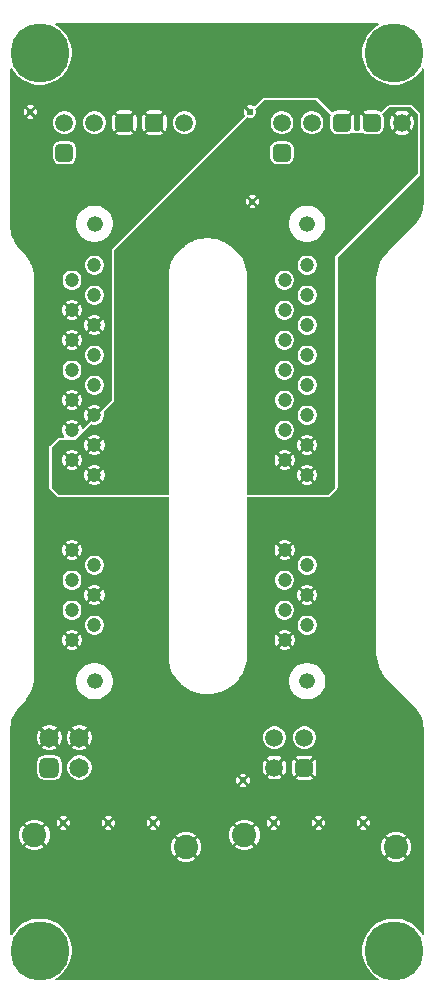
<source format=gbr>
G04*
G04 #@! TF.GenerationSoftware,Altium Limited,Altium Designer,22.11.1 (43)*
G04*
G04 Layer_Physical_Order=3*
G04 Layer_Color=36540*
%FSLAX44Y44*%
%MOMM*%
G71*
G04*
G04 #@! TF.SameCoordinates,93F20DB6-68A8-4E48-8693-521813210F72*
G04*
G04*
G04 #@! TF.FilePolarity,Positive*
G04*
G01*
G75*
%ADD18C,2.0500*%
%ADD30C,1.3400*%
%ADD31C,1.2000*%
%ADD32C,1.5000*%
G04:AMPARAMS|DCode=33|XSize=1.5mm|YSize=1.5mm|CornerRadius=0.375mm|HoleSize=0mm|Usage=FLASHONLY|Rotation=90.000|XOffset=0mm|YOffset=0mm|HoleType=Round|Shape=RoundedRectangle|*
%AMROUNDEDRECTD33*
21,1,1.5000,0.7500,0,0,90.0*
21,1,0.7500,1.5000,0,0,90.0*
1,1,0.7500,0.3750,0.3750*
1,1,0.7500,0.3750,-0.3750*
1,1,0.7500,-0.3750,-0.3750*
1,1,0.7500,-0.3750,0.3750*
%
%ADD33ROUNDEDRECTD33*%
G04:AMPARAMS|DCode=34|XSize=1.52mm|YSize=1.52mm|CornerRadius=0.38mm|HoleSize=0mm|Usage=FLASHONLY|Rotation=0.000|XOffset=0mm|YOffset=0mm|HoleType=Round|Shape=RoundedRectangle|*
%AMROUNDEDRECTD34*
21,1,1.5200,0.7600,0,0,0.0*
21,1,0.7600,1.5200,0,0,0.0*
1,1,0.7600,0.3800,-0.3800*
1,1,0.7600,-0.3800,-0.3800*
1,1,0.7600,-0.3800,0.3800*
1,1,0.7600,0.3800,0.3800*
%
%ADD34ROUNDEDRECTD34*%
%ADD35C,1.5200*%
G04:AMPARAMS|DCode=36|XSize=1.65mm|YSize=1.65mm|CornerRadius=0.4125mm|HoleSize=0mm|Usage=FLASHONLY|Rotation=270.000|XOffset=0mm|YOffset=0mm|HoleType=Round|Shape=RoundedRectangle|*
%AMROUNDEDRECTD36*
21,1,1.6500,0.8250,0,0,270.0*
21,1,0.8250,1.6500,0,0,270.0*
1,1,0.8250,-0.4125,-0.4125*
1,1,0.8250,-0.4125,0.4125*
1,1,0.8250,0.4125,0.4125*
1,1,0.8250,0.4125,-0.4125*
%
%ADD36ROUNDEDRECTD36*%
%ADD37C,1.6500*%
%ADD38C,5.0000*%
G04:AMPARAMS|DCode=39|XSize=1.52mm|YSize=1.52mm|CornerRadius=0.38mm|HoleSize=0mm|Usage=FLASHONLY|Rotation=90.000|XOffset=0mm|YOffset=0mm|HoleType=Round|Shape=RoundedRectangle|*
%AMROUNDEDRECTD39*
21,1,1.5200,0.7600,0,0,90.0*
21,1,0.7600,1.5200,0,0,90.0*
1,1,0.7600,0.3800,0.3800*
1,1,0.7600,0.3800,-0.3800*
1,1,0.7600,-0.3800,-0.3800*
1,1,0.7600,-0.3800,0.3800*
%
%ADD39ROUNDEDRECTD39*%
%ADD40C,0.6096*%
G36*
X970687Y1118941D02*
X970983Y1117706D01*
X969832Y1117120D01*
X966390Y1114619D01*
X963381Y1111610D01*
X960880Y1108168D01*
X958949Y1104377D01*
X957634Y1100330D01*
X956968Y1096127D01*
Y1091872D01*
X957634Y1087670D01*
X958949Y1083623D01*
X960880Y1079832D01*
X963381Y1076390D01*
X966390Y1073381D01*
X969832Y1070880D01*
X973623Y1068949D01*
X977670Y1067634D01*
X981872Y1066968D01*
X986127D01*
X990330Y1067634D01*
X994377Y1068949D01*
X998168Y1070880D01*
X1001610Y1073381D01*
X1004619Y1076390D01*
X1007120Y1079832D01*
X1007706Y1080983D01*
X1008941Y1080687D01*
X1008941Y967400D01*
X1008941Y966044D01*
X1008676Y963345D01*
X1008147Y960685D01*
X1007359Y958090D01*
X1006321Y955584D01*
X1005043Y953193D01*
X1003536Y950938D01*
X1001816Y948841D01*
X1000857Y947883D01*
X1000857Y947883D01*
X978818Y925843D01*
X978796Y925811D01*
X978765Y925789D01*
X977727Y924699D01*
X977666Y924603D01*
X977578Y924531D01*
X975669Y922205D01*
X975598Y922071D01*
X975491Y921964D01*
X973819Y919462D01*
X973761Y919322D01*
X973665Y919204D01*
X972246Y916551D01*
X972202Y916406D01*
X972118Y916280D01*
X970966Y913500D01*
X970937Y913351D01*
X970865Y913217D01*
X969992Y910338D01*
X969977Y910187D01*
X969919Y910047D01*
X969332Y907095D01*
Y906944D01*
X969288Y906799D01*
X968993Y903804D01*
X969004Y903691D01*
X968979Y903579D01*
X968942Y902075D01*
X968949Y902037D01*
X968941Y902000D01*
Y586700D01*
X968949Y586663D01*
X968942Y586625D01*
X968979Y585121D01*
X969004Y585009D01*
X968993Y584896D01*
X969288Y581901D01*
X969332Y581756D01*
Y581604D01*
X969919Y578653D01*
X969977Y578513D01*
X969992Y578362D01*
X970865Y575483D01*
X970937Y575349D01*
X970966Y575200D01*
X972118Y572420D01*
X972202Y572294D01*
X972246Y572149D01*
X973665Y569496D01*
X973761Y569378D01*
X973819Y569238D01*
X975491Y566736D01*
X975598Y566629D01*
X975669Y566495D01*
X977578Y564169D01*
X977666Y564097D01*
X977727Y564001D01*
X978765Y562911D01*
X978796Y562889D01*
X978818Y562857D01*
X1000857Y540817D01*
X1001816Y539859D01*
X1003536Y537762D01*
X1005043Y535507D01*
X1006321Y533115D01*
X1007359Y530610D01*
X1008146Y528015D01*
X1008676Y525355D01*
X1008941Y522656D01*
X1008941Y521300D01*
Y347313D01*
X1007706Y347017D01*
X1007120Y348168D01*
X1004619Y351610D01*
X1001610Y354619D01*
X998168Y357120D01*
X994377Y359052D01*
X990330Y360366D01*
X986127Y361032D01*
X981872D01*
X977670Y360366D01*
X973623Y359052D01*
X969832Y357120D01*
X966390Y354619D01*
X963381Y351610D01*
X960880Y348168D01*
X958949Y344377D01*
X957634Y340330D01*
X956968Y336127D01*
Y331872D01*
X957634Y327670D01*
X958949Y323623D01*
X960880Y319832D01*
X963381Y316390D01*
X966390Y313381D01*
X969832Y310880D01*
X970983Y310294D01*
X970687Y309059D01*
X697313Y309059D01*
X697017Y310294D01*
X698168Y310880D01*
X701610Y313381D01*
X704619Y316390D01*
X707120Y319832D01*
X709052Y323623D01*
X710366Y327670D01*
X711032Y331872D01*
Y336127D01*
X710366Y340330D01*
X709052Y344377D01*
X707120Y348168D01*
X704619Y351610D01*
X701610Y354619D01*
X698168Y357120D01*
X694377Y359052D01*
X690330Y360366D01*
X686127Y361032D01*
X681873D01*
X677670Y360366D01*
X673623Y359052D01*
X669832Y357120D01*
X666390Y354619D01*
X663381Y351610D01*
X660880Y348168D01*
X660294Y347017D01*
X659059Y347313D01*
X659059Y521300D01*
Y522656D01*
X659324Y525355D01*
X659854Y528015D01*
X660641Y530610D01*
X661679Y533115D01*
X662957Y535507D01*
X664464Y537762D01*
X666184Y539859D01*
X667143Y540817D01*
X667143Y540817D01*
X669183Y542857D01*
X669204Y542889D01*
X669235Y542911D01*
X670273Y544001D01*
X670334Y544097D01*
X670422Y544169D01*
X672331Y546495D01*
X672402Y546629D01*
X672509Y546736D01*
X674181Y549238D01*
X674239Y549378D01*
X674335Y549496D01*
X675754Y552149D01*
X675798Y552294D01*
X675882Y552421D01*
X677033Y555200D01*
X677063Y555349D01*
X677135Y555483D01*
X678008Y558362D01*
X678023Y558513D01*
X678081Y558653D01*
X678668Y561604D01*
Y561756D01*
X678712Y561901D01*
X679007Y564896D01*
X678996Y565009D01*
X679021Y565120D01*
X679058Y566625D01*
X679051Y566663D01*
X679059Y566700D01*
X679059Y902000D01*
X679051Y902037D01*
X679058Y902075D01*
X679021Y903579D01*
X678996Y903691D01*
X679007Y903804D01*
X678712Y906799D01*
X678668Y906944D01*
Y907095D01*
X678081Y910046D01*
X678023Y910187D01*
X678008Y910338D01*
X677135Y913217D01*
X677063Y913351D01*
X677033Y913500D01*
X675882Y916280D01*
X675798Y916406D01*
X675754Y916551D01*
X674335Y919204D01*
X674239Y919322D01*
X674181Y919462D01*
X672509Y921964D01*
X672402Y922071D01*
X672331Y922205D01*
X670422Y924531D01*
X670334Y924603D01*
X670273Y924699D01*
X669235Y925789D01*
X669204Y925811D01*
X669183Y925843D01*
X667143Y927882D01*
X667143Y927883D01*
X666184Y928841D01*
X664464Y930938D01*
X662957Y933193D01*
X661678Y935584D01*
X660641Y938090D01*
X659854Y940685D01*
X659324Y943345D01*
X659059Y946044D01*
X659059Y947400D01*
Y1080687D01*
X660294Y1080983D01*
X660880Y1079832D01*
X663381Y1076390D01*
X666390Y1073381D01*
X669832Y1070880D01*
X673623Y1068949D01*
X677670Y1067634D01*
X681873Y1066968D01*
X686127D01*
X690330Y1067634D01*
X694377Y1068949D01*
X698168Y1070880D01*
X701610Y1073381D01*
X704619Y1076390D01*
X707120Y1079832D01*
X709052Y1083623D01*
X710366Y1087670D01*
X711032Y1091872D01*
Y1096127D01*
X710366Y1100330D01*
X709052Y1104377D01*
X707120Y1108168D01*
X704619Y1111610D01*
X701610Y1114619D01*
X698168Y1117120D01*
X697017Y1117707D01*
X697313Y1118941D01*
X970687Y1118941D01*
D02*
G37*
%LPC*%
G36*
X918000Y1056072D02*
X918000Y1056072D01*
X874000D01*
X874000Y1056072D01*
X873207Y1055914D01*
X872535Y1055465D01*
X872535Y1055465D01*
X865486Y1048416D01*
X865165Y1048737D01*
X863111Y1049588D01*
X860889D01*
X858993Y1048803D01*
X862898Y1044898D01*
X861102Y1043102D01*
X857197Y1047007D01*
X856412Y1045111D01*
Y1042888D01*
X857263Y1040835D01*
X857584Y1040514D01*
X745535Y928465D01*
X745086Y927793D01*
X744928Y927000D01*
X744928Y927000D01*
Y799858D01*
X737640Y792570D01*
X737266Y792620D01*
X731148Y786502D01*
X724523Y779877D01*
X724554Y779484D01*
X720928Y775858D01*
X719604Y776330D01*
X719158Y777996D01*
X718109Y779813D01*
X712098Y773802D01*
X711200Y774700D01*
X710302Y773802D01*
X704291Y779813D01*
X703242Y777996D01*
X702660Y775824D01*
Y773576D01*
X703242Y771404D01*
X704366Y769456D01*
X704577Y769245D01*
X704091Y768072D01*
X700000D01*
X700000Y768072D01*
X699207Y767914D01*
X698535Y767465D01*
X698535Y767465D01*
X692535Y761465D01*
X692086Y760793D01*
X691928Y760000D01*
X691928Y760000D01*
Y726000D01*
X691928Y726000D01*
X692086Y725207D01*
X692535Y724535D01*
X692535Y724535D01*
X698535Y718535D01*
X699207Y718086D01*
X700000Y717928D01*
X700000Y717928D01*
X792941D01*
Y582000D01*
Y579622D01*
X793000Y579327D01*
Y579025D01*
X793928Y574361D01*
X794043Y574083D01*
X794102Y573787D01*
X795922Y569394D01*
X796089Y569143D01*
X796204Y568865D01*
X798847Y564911D01*
X799060Y564698D01*
X799227Y564447D01*
X800908Y562766D01*
X800908Y562766D01*
X803594Y560080D01*
X803594Y560080D01*
X803595Y560080D01*
X804572Y559102D01*
X804698Y559018D01*
X804794Y558901D01*
X806932Y557146D01*
X807066Y557075D01*
X807173Y556968D01*
X809472Y555431D01*
X809612Y555373D01*
X809730Y555277D01*
X812168Y553974D01*
X812313Y553930D01*
X812439Y553845D01*
X814994Y552787D01*
X815143Y552758D01*
X815277Y552686D01*
X817923Y551883D01*
X818074Y551869D01*
X818214Y551810D01*
X820926Y551271D01*
X821077D01*
X821223Y551227D01*
X823974Y550956D01*
X824125Y550971D01*
X824274Y550941D01*
X825657Y550941D01*
X828043D01*
X828043Y550941D01*
X828169Y550966D01*
X828296Y550952D01*
X829772Y551074D01*
X829918Y551116D01*
X830069Y551113D01*
X832983Y551646D01*
X833124Y551702D01*
X833276Y551714D01*
X836124Y552530D01*
X836258Y552599D01*
X836408Y552627D01*
X839162Y553718D01*
X839289Y553800D01*
X839435Y553842D01*
X842069Y555198D01*
X842188Y555292D01*
X842329Y555348D01*
X844817Y556955D01*
X844926Y557061D01*
X845061Y557130D01*
X847380Y558974D01*
X847478Y559090D01*
X847606Y559172D01*
X849732Y561234D01*
X849819Y561359D01*
X849937Y561453D01*
X850813Y562487D01*
X852492Y564166D01*
X852660Y564417D01*
X852873Y564630D01*
X855653Y568790D01*
X855768Y569068D01*
X855935Y569319D01*
X857850Y573941D01*
X857909Y574237D01*
X858024Y574515D01*
X859000Y579423D01*
X859000Y579724D01*
X859059Y580019D01*
X859059Y582521D01*
X859059Y716658D01*
X859059Y717928D01*
X928000D01*
X928000Y717928D01*
X928793Y718086D01*
X929465Y718535D01*
X929465Y718535D01*
X935465Y724535D01*
X935914Y725207D01*
X936072Y726000D01*
X936072Y726000D01*
Y921142D01*
X1005465Y990535D01*
X1005914Y991207D01*
X1006072Y992000D01*
X1006072Y992000D01*
Y1042000D01*
X1006072Y1042000D01*
X1005914Y1042793D01*
X1005465Y1043465D01*
X1005465Y1043465D01*
X999465Y1049465D01*
X998793Y1049914D01*
X998000Y1050072D01*
X998000Y1050072D01*
X980000D01*
X979207Y1049914D01*
X978535Y1049465D01*
X978535Y1049465D01*
X972924Y1043854D01*
X971474Y1044822D01*
X969000Y1045314D01*
X961400D01*
X958926Y1044822D01*
X957906Y1044140D01*
X966098Y1035948D01*
X964302Y1034152D01*
X956110Y1042344D01*
X955428Y1041324D01*
X954936Y1038850D01*
Y1031250D01*
X955315Y1029342D01*
X954487Y1028072D01*
X950513D01*
X949685Y1029342D01*
X950064Y1031250D01*
Y1038850D01*
X949572Y1041324D01*
X948890Y1042344D01*
X940698Y1034152D01*
X938902Y1035948D01*
X947094Y1044140D01*
X946074Y1044822D01*
X943600Y1045314D01*
X936000D01*
X933526Y1044822D01*
X931477Y1043453D01*
X919465Y1055465D01*
X918793Y1055914D01*
X918000Y1056072D01*
D02*
G37*
G36*
X677112Y1049588D02*
X674889D01*
X672993Y1048803D01*
X676000Y1045796D01*
X679007Y1048803D01*
X677112Y1049588D01*
D02*
G37*
G36*
X680803Y1047007D02*
X677796Y1044000D01*
X680803Y1040993D01*
X681588Y1042888D01*
Y1045111D01*
X680803Y1047007D01*
D02*
G37*
G36*
X671197Y1047007D02*
X670412Y1045111D01*
Y1042888D01*
X671197Y1040993D01*
X674204Y1044000D01*
X671197Y1047007D01*
D02*
G37*
G36*
X676000Y1042204D02*
X672993Y1039197D01*
X674889Y1038412D01*
X677112D01*
X679007Y1039197D01*
X676000Y1042204D01*
D02*
G37*
G36*
X784850Y1045314D02*
X777250D01*
X774776Y1044822D01*
X773756Y1044140D01*
X781050Y1036846D01*
X788344Y1044140D01*
X787324Y1044822D01*
X784850Y1045314D01*
D02*
G37*
G36*
X759450D02*
X751850D01*
X749376Y1044822D01*
X748356Y1044140D01*
X755650Y1036846D01*
X762944Y1044140D01*
X761924Y1044822D01*
X759450Y1045314D01*
D02*
G37*
G36*
X790140Y1042344D02*
X782846Y1035050D01*
X790140Y1027756D01*
X790822Y1028776D01*
X791314Y1031250D01*
Y1038850D01*
X790822Y1041324D01*
X790140Y1042344D01*
D02*
G37*
G36*
X771960Y1042344D02*
X771278Y1041324D01*
X770786Y1038850D01*
Y1031250D01*
X771278Y1028776D01*
X771960Y1027756D01*
X779254Y1035050D01*
X771960Y1042344D01*
D02*
G37*
G36*
X746560Y1042344D02*
X745878Y1041324D01*
X745386Y1038850D01*
Y1031250D01*
X745878Y1028776D01*
X746560Y1027756D01*
X753854Y1035050D01*
X746560Y1042344D01*
D02*
G37*
G36*
X764740D02*
X757446Y1035050D01*
X764740Y1027756D01*
X765422Y1028776D01*
X765914Y1031250D01*
Y1038850D01*
X765422Y1041324D01*
X764740Y1042344D01*
D02*
G37*
G36*
X807718Y1044682D02*
X805182D01*
X802732Y1044026D01*
X800536Y1042757D01*
X798743Y1040964D01*
X797474Y1038768D01*
X796818Y1036318D01*
Y1033782D01*
X797474Y1031332D01*
X798743Y1029136D01*
X800536Y1027343D01*
X802732Y1026074D01*
X805182Y1025418D01*
X807718D01*
X810168Y1026074D01*
X812364Y1027343D01*
X814157Y1029136D01*
X815426Y1031332D01*
X816082Y1033782D01*
Y1036318D01*
X815426Y1038768D01*
X814157Y1040964D01*
X812364Y1042757D01*
X810168Y1044026D01*
X807718Y1044682D01*
D02*
G37*
G36*
X731518D02*
X728982D01*
X726532Y1044026D01*
X724336Y1042757D01*
X722542Y1040964D01*
X721274Y1038768D01*
X720618Y1036318D01*
Y1033782D01*
X721274Y1031332D01*
X722542Y1029136D01*
X724336Y1027343D01*
X726532Y1026074D01*
X728982Y1025418D01*
X731518D01*
X733968Y1026074D01*
X736164Y1027343D01*
X737958Y1029136D01*
X739226Y1031332D01*
X739882Y1033782D01*
Y1036318D01*
X739226Y1038768D01*
X737958Y1040964D01*
X736164Y1042757D01*
X733968Y1044026D01*
X731518Y1044682D01*
D02*
G37*
G36*
X706118D02*
X703582D01*
X701132Y1044026D01*
X698936Y1042757D01*
X697142Y1040964D01*
X695874Y1038768D01*
X695218Y1036318D01*
Y1033782D01*
X695874Y1031332D01*
X697142Y1029136D01*
X698936Y1027343D01*
X701132Y1026074D01*
X703582Y1025418D01*
X706118D01*
X708568Y1026074D01*
X710764Y1027343D01*
X712558Y1029136D01*
X713826Y1031332D01*
X714482Y1033782D01*
Y1036318D01*
X713826Y1038768D01*
X712558Y1040964D01*
X710764Y1042757D01*
X708568Y1044026D01*
X706118Y1044682D01*
D02*
G37*
G36*
X781050Y1033254D02*
X773756Y1025960D01*
X774776Y1025278D01*
X777250Y1024786D01*
X784850D01*
X787324Y1025278D01*
X788344Y1025960D01*
X781050Y1033254D01*
D02*
G37*
G36*
X755650D02*
X748356Y1025960D01*
X749376Y1025278D01*
X751850Y1024786D01*
X759450D01*
X761924Y1025278D01*
X762944Y1025960D01*
X755650Y1033254D01*
D02*
G37*
G36*
X708650Y1019396D02*
X701050D01*
X698774Y1018944D01*
X696845Y1017655D01*
X695556Y1015725D01*
X695104Y1013450D01*
Y1005850D01*
X695556Y1003575D01*
X696845Y1001645D01*
X698774Y1000356D01*
X701050Y999904D01*
X708650D01*
X710926Y1000356D01*
X712855Y1001645D01*
X714144Y1003575D01*
X714596Y1005850D01*
Y1013450D01*
X714144Y1015725D01*
X712855Y1017655D01*
X710926Y1018944D01*
X708650Y1019396D01*
D02*
G37*
G36*
X731780Y964732D02*
X728740D01*
X725759Y964139D01*
X722950Y962976D01*
X720423Y961287D01*
X718273Y959137D01*
X716584Y956610D01*
X715421Y953801D01*
X714828Y950820D01*
Y947780D01*
X715421Y944799D01*
X716584Y941990D01*
X718273Y939463D01*
X720423Y937313D01*
X722950Y935624D01*
X725759Y934461D01*
X728740Y933868D01*
X731780D01*
X734761Y934461D01*
X737570Y935624D01*
X740097Y937313D01*
X742247Y939463D01*
X743936Y941990D01*
X745099Y944799D01*
X745692Y947780D01*
Y950820D01*
X745099Y953801D01*
X743936Y956610D01*
X742247Y959137D01*
X740097Y961287D01*
X737570Y962976D01*
X734761Y964139D01*
X731780Y964732D01*
D02*
G37*
G36*
X731307Y922432D02*
X729193D01*
X727150Y921885D01*
X725318Y920827D01*
X723823Y919332D01*
X722765Y917500D01*
X722218Y915457D01*
Y913343D01*
X722765Y911300D01*
X723823Y909468D01*
X725318Y907973D01*
X727150Y906915D01*
X729193Y906368D01*
X731307D01*
X733350Y906915D01*
X735182Y907973D01*
X736677Y909468D01*
X737735Y911300D01*
X738282Y913343D01*
Y915457D01*
X737735Y917500D01*
X736677Y919332D01*
X735182Y920827D01*
X733350Y921885D01*
X731307Y922432D01*
D02*
G37*
G36*
X712257Y909732D02*
X710143D01*
X708100Y909185D01*
X706268Y908127D01*
X704773Y906632D01*
X703715Y904800D01*
X703168Y902757D01*
Y900643D01*
X703715Y898600D01*
X704773Y896768D01*
X706268Y895273D01*
X708100Y894215D01*
X710143Y893668D01*
X712257D01*
X714300Y894215D01*
X716132Y895273D01*
X717627Y896768D01*
X718685Y898600D01*
X719232Y900643D01*
Y902757D01*
X718685Y904800D01*
X717627Y906632D01*
X716132Y908127D01*
X714300Y909185D01*
X712257Y909732D01*
D02*
G37*
G36*
X731307Y897032D02*
X729193D01*
X727150Y896485D01*
X725318Y895427D01*
X723823Y893932D01*
X722765Y892100D01*
X722218Y890057D01*
Y887943D01*
X722765Y885900D01*
X723823Y884068D01*
X725318Y882573D01*
X727150Y881515D01*
X729193Y880968D01*
X731307D01*
X733350Y881515D01*
X735182Y882573D01*
X736677Y884068D01*
X737735Y885900D01*
X738282Y887943D01*
Y890057D01*
X737735Y892100D01*
X736677Y893932D01*
X735182Y895427D01*
X733350Y896485D01*
X731307Y897032D01*
D02*
G37*
G36*
X712324Y884850D02*
X710076D01*
X707904Y884268D01*
X706087Y883219D01*
X711200Y878106D01*
X716313Y883219D01*
X714496Y884268D01*
X712324Y884850D01*
D02*
G37*
G36*
X704291Y881423D02*
X703242Y879606D01*
X702660Y877434D01*
Y875186D01*
X703242Y873014D01*
X704291Y871197D01*
X709404Y876310D01*
X704291Y881423D01*
D02*
G37*
G36*
X718109Y881423D02*
X712996Y876310D01*
X718109Y871197D01*
X719158Y873014D01*
X719740Y875186D01*
Y877434D01*
X719158Y879606D01*
X718109Y881423D01*
D02*
G37*
G36*
X711200Y874514D02*
X706087Y869401D01*
X707904Y868352D01*
X710076Y867770D01*
X712324D01*
X714496Y868352D01*
X716313Y869401D01*
X711200Y874514D01*
D02*
G37*
G36*
X731374Y872140D02*
X729126D01*
X726954Y871558D01*
X725137Y870509D01*
X730250Y865396D01*
X735363Y870509D01*
X733546Y871558D01*
X731374Y872140D01*
D02*
G37*
G36*
X723341Y868713D02*
X722292Y866896D01*
X721710Y864724D01*
Y862476D01*
X722292Y860304D01*
X723341Y858487D01*
X728454Y863600D01*
X723341Y868713D01*
D02*
G37*
G36*
X737159D02*
X732046Y863600D01*
X737159Y858487D01*
X738208Y860304D01*
X738790Y862476D01*
Y864724D01*
X738208Y866896D01*
X737159Y868713D01*
D02*
G37*
G36*
X730250Y861804D02*
X725137Y856691D01*
X726954Y855642D01*
X729126Y855060D01*
X731374D01*
X733546Y855642D01*
X735363Y856691D01*
X730250Y861804D01*
D02*
G37*
G36*
X712324Y859440D02*
X710076D01*
X707904Y858858D01*
X706087Y857809D01*
X711200Y852696D01*
X716313Y857809D01*
X714496Y858858D01*
X712324Y859440D01*
D02*
G37*
G36*
X704291Y856013D02*
X703242Y854196D01*
X702660Y852024D01*
Y849776D01*
X703242Y847604D01*
X704291Y845787D01*
X709404Y850900D01*
X704291Y856013D01*
D02*
G37*
G36*
X718109D02*
X712996Y850900D01*
X718109Y845787D01*
X719158Y847604D01*
X719740Y849776D01*
Y852024D01*
X719158Y854196D01*
X718109Y856013D01*
D02*
G37*
G36*
X711200Y849104D02*
X706087Y843991D01*
X707904Y842942D01*
X710076Y842360D01*
X712324D01*
X714496Y842942D01*
X716313Y843991D01*
X711200Y849104D01*
D02*
G37*
G36*
X731307Y846232D02*
X729193D01*
X727150Y845685D01*
X725318Y844627D01*
X723823Y843132D01*
X722765Y841300D01*
X722218Y839257D01*
Y837143D01*
X722765Y835100D01*
X723823Y833268D01*
X725318Y831773D01*
X727150Y830715D01*
X729193Y830168D01*
X731307D01*
X733350Y830715D01*
X735182Y831773D01*
X736677Y833268D01*
X737735Y835100D01*
X738282Y837143D01*
Y839257D01*
X737735Y841300D01*
X736677Y843132D01*
X735182Y844627D01*
X733350Y845685D01*
X731307Y846232D01*
D02*
G37*
G36*
X712257Y833532D02*
X710143D01*
X708100Y832985D01*
X706268Y831927D01*
X704773Y830432D01*
X703715Y828600D01*
X703168Y826557D01*
Y824443D01*
X703715Y822400D01*
X704773Y820568D01*
X706268Y819073D01*
X708100Y818015D01*
X710143Y817468D01*
X712257D01*
X714300Y818015D01*
X716132Y819073D01*
X717627Y820568D01*
X718685Y822400D01*
X719232Y824443D01*
Y826557D01*
X718685Y828600D01*
X717627Y830432D01*
X716132Y831927D01*
X714300Y832985D01*
X712257Y833532D01*
D02*
G37*
G36*
X731307Y820832D02*
X729193D01*
X727150Y820285D01*
X725318Y819227D01*
X723823Y817732D01*
X722765Y815900D01*
X722218Y813857D01*
Y811743D01*
X722765Y809700D01*
X723823Y807868D01*
X725318Y806373D01*
X727150Y805315D01*
X729193Y804768D01*
X731307D01*
X733350Y805315D01*
X735182Y806373D01*
X736677Y807868D01*
X737735Y809700D01*
X738282Y811743D01*
Y813857D01*
X737735Y815900D01*
X736677Y817732D01*
X735182Y819227D01*
X733350Y820285D01*
X731307Y820832D01*
D02*
G37*
G36*
X712324Y808640D02*
X710076D01*
X707904Y808058D01*
X706087Y807009D01*
X711200Y801896D01*
X716313Y807009D01*
X714496Y808058D01*
X712324Y808640D01*
D02*
G37*
G36*
X704291Y805213D02*
X703242Y803396D01*
X702660Y801224D01*
Y798976D01*
X703242Y796804D01*
X704291Y794987D01*
X709404Y800100D01*
X704291Y805213D01*
D02*
G37*
G36*
X718109D02*
X712996Y800100D01*
X718109Y794987D01*
X719158Y796804D01*
X719740Y798976D01*
Y801224D01*
X719158Y803396D01*
X718109Y805213D01*
D02*
G37*
G36*
X711200Y798304D02*
X706087Y793191D01*
X707904Y792142D01*
X710076Y791560D01*
X712324D01*
X714496Y792142D01*
X716313Y793191D01*
X711200Y798304D01*
D02*
G37*
G36*
X731374Y795940D02*
X729126D01*
X726954Y795358D01*
X725137Y794309D01*
X730250Y789196D01*
X735363Y794309D01*
X733546Y795358D01*
X731374Y795940D01*
D02*
G37*
G36*
X723341Y792513D02*
X722292Y790696D01*
X721710Y788524D01*
Y786276D01*
X722292Y784104D01*
X723341Y782287D01*
X728454Y787400D01*
X723341Y792513D01*
D02*
G37*
G36*
X712324Y783240D02*
X710076D01*
X707904Y782658D01*
X706087Y781609D01*
X711200Y776496D01*
X716313Y781609D01*
X714496Y782658D01*
X712324Y783240D01*
D02*
G37*
G36*
Y681640D02*
X710076D01*
X707904Y681058D01*
X706087Y680009D01*
X711200Y674896D01*
X716313Y680009D01*
X714496Y681058D01*
X712324Y681640D01*
D02*
G37*
G36*
X892324D02*
X890076D01*
X887904Y681058D01*
X886087Y680009D01*
X891200Y674896D01*
X896313Y680009D01*
X894496Y681058D01*
X892324Y681640D01*
D02*
G37*
G36*
X704291Y678213D02*
X703242Y676396D01*
X702660Y674224D01*
Y671976D01*
X703242Y669804D01*
X704291Y667987D01*
X709404Y673100D01*
X704291Y678213D01*
D02*
G37*
G36*
X718109D02*
X712996Y673100D01*
X718109Y667987D01*
X719158Y669804D01*
X719740Y671976D01*
Y674224D01*
X719158Y676396D01*
X718109Y678213D01*
D02*
G37*
G36*
X898109Y678213D02*
X892996Y673100D01*
X898109Y667987D01*
X899158Y669804D01*
X899740Y671976D01*
Y674224D01*
X899158Y676396D01*
X898109Y678213D01*
D02*
G37*
G36*
X884291Y678213D02*
X883242Y676396D01*
X882660Y674224D01*
Y671976D01*
X883242Y669804D01*
X884291Y667987D01*
X889404Y673100D01*
X884291Y678213D01*
D02*
G37*
G36*
X891200Y671304D02*
X886087Y666191D01*
X887904Y665142D01*
X890076Y664560D01*
X892324D01*
X894496Y665142D01*
X896313Y666191D01*
X891200Y671304D01*
D02*
G37*
G36*
X711200Y671304D02*
X706087Y666191D01*
X707904Y665142D01*
X710076Y664560D01*
X712324D01*
X714496Y665142D01*
X716313Y666191D01*
X711200Y671304D01*
D02*
G37*
G36*
X911307Y668442D02*
X909193D01*
X907150Y667895D01*
X905318Y666837D01*
X903823Y665342D01*
X902765Y663510D01*
X902218Y661467D01*
Y659353D01*
X902765Y657310D01*
X903823Y655478D01*
X905318Y653983D01*
X907150Y652925D01*
X909193Y652378D01*
X911307D01*
X913350Y652925D01*
X915182Y653983D01*
X916677Y655478D01*
X917735Y657310D01*
X918282Y659353D01*
Y661467D01*
X917735Y663510D01*
X916677Y665342D01*
X915182Y666837D01*
X913350Y667895D01*
X911307Y668442D01*
D02*
G37*
G36*
X731307D02*
X729193D01*
X727150Y667895D01*
X725318Y666837D01*
X723823Y665342D01*
X722765Y663510D01*
X722218Y661467D01*
Y659353D01*
X722765Y657310D01*
X723823Y655478D01*
X725318Y653983D01*
X727150Y652925D01*
X729193Y652378D01*
X731307D01*
X733350Y652925D01*
X735182Y653983D01*
X736677Y655478D01*
X737735Y657310D01*
X738282Y659353D01*
Y661467D01*
X737735Y663510D01*
X736677Y665342D01*
X735182Y666837D01*
X733350Y667895D01*
X731307Y668442D01*
D02*
G37*
G36*
X892257Y655732D02*
X890143D01*
X888100Y655185D01*
X886268Y654127D01*
X884773Y652632D01*
X883715Y650800D01*
X883168Y648757D01*
Y646643D01*
X883715Y644600D01*
X884773Y642768D01*
X886268Y641273D01*
X888100Y640215D01*
X890143Y639668D01*
X892257D01*
X894300Y640215D01*
X896132Y641273D01*
X897627Y642768D01*
X898685Y644600D01*
X899232Y646643D01*
Y648757D01*
X898685Y650800D01*
X897627Y652632D01*
X896132Y654127D01*
X894300Y655185D01*
X892257Y655732D01*
D02*
G37*
G36*
X712257D02*
X710143D01*
X708100Y655185D01*
X706268Y654127D01*
X704773Y652632D01*
X703715Y650800D01*
X703168Y648757D01*
Y646643D01*
X703715Y644600D01*
X704773Y642768D01*
X706268Y641273D01*
X708100Y640215D01*
X710143Y639668D01*
X712257D01*
X714300Y640215D01*
X716132Y641273D01*
X717627Y642768D01*
X718685Y644600D01*
X719232Y646643D01*
Y648757D01*
X718685Y650800D01*
X717627Y652632D01*
X716132Y654127D01*
X714300Y655185D01*
X712257Y655732D01*
D02*
G37*
G36*
X731374Y643540D02*
X729126D01*
X726954Y642958D01*
X725137Y641909D01*
X730250Y636796D01*
X735363Y641909D01*
X733546Y642958D01*
X731374Y643540D01*
D02*
G37*
G36*
X911374D02*
X909126D01*
X906954Y642958D01*
X905137Y641909D01*
X910250Y636796D01*
X915363Y641909D01*
X913546Y642958D01*
X911374Y643540D01*
D02*
G37*
G36*
X723341Y640113D02*
X722292Y638296D01*
X721710Y636124D01*
Y633876D01*
X722292Y631704D01*
X723341Y629887D01*
X728454Y635000D01*
X723341Y640113D01*
D02*
G37*
G36*
X737159D02*
X732046Y635000D01*
X737159Y629887D01*
X738208Y631704D01*
X738790Y633876D01*
Y636124D01*
X738208Y638296D01*
X737159Y640113D01*
D02*
G37*
G36*
X917159Y640113D02*
X912046Y635000D01*
X917159Y629887D01*
X918208Y631704D01*
X918790Y633876D01*
Y636124D01*
X918208Y638296D01*
X917159Y640113D01*
D02*
G37*
G36*
X903341Y640113D02*
X902292Y638296D01*
X901710Y636124D01*
Y633876D01*
X902292Y631704D01*
X903341Y629887D01*
X908454Y635000D01*
X903341Y640113D01*
D02*
G37*
G36*
X910250Y633204D02*
X905137Y628091D01*
X906954Y627042D01*
X909126Y626460D01*
X911374D01*
X913546Y627042D01*
X915363Y628091D01*
X910250Y633204D01*
D02*
G37*
G36*
X730250Y633204D02*
X725137Y628091D01*
X726954Y627042D01*
X729126Y626460D01*
X731374D01*
X733546Y627042D01*
X735363Y628091D01*
X730250Y633204D01*
D02*
G37*
G36*
X892257Y630332D02*
X890143D01*
X888100Y629785D01*
X886268Y628727D01*
X884773Y627232D01*
X883715Y625400D01*
X883168Y623357D01*
Y621243D01*
X883715Y619200D01*
X884773Y617368D01*
X886268Y615873D01*
X888100Y614815D01*
X890143Y614268D01*
X892257D01*
X894300Y614815D01*
X896132Y615873D01*
X897627Y617368D01*
X898685Y619200D01*
X899232Y621243D01*
Y623357D01*
X898685Y625400D01*
X897627Y627232D01*
X896132Y628727D01*
X894300Y629785D01*
X892257Y630332D01*
D02*
G37*
G36*
X712257D02*
X710143D01*
X708100Y629785D01*
X706268Y628727D01*
X704773Y627232D01*
X703715Y625400D01*
X703168Y623357D01*
Y621243D01*
X703715Y619200D01*
X704773Y617368D01*
X706268Y615873D01*
X708100Y614815D01*
X710143Y614268D01*
X712257D01*
X714300Y614815D01*
X716132Y615873D01*
X717627Y617368D01*
X718685Y619200D01*
X719232Y621243D01*
Y623357D01*
X718685Y625400D01*
X717627Y627232D01*
X716132Y628727D01*
X714300Y629785D01*
X712257Y630332D01*
D02*
G37*
G36*
X911307Y617632D02*
X909193D01*
X907150Y617085D01*
X905318Y616027D01*
X903823Y614532D01*
X902765Y612700D01*
X902218Y610657D01*
Y608543D01*
X902765Y606500D01*
X903823Y604668D01*
X905318Y603173D01*
X907150Y602115D01*
X909193Y601568D01*
X911307D01*
X913350Y602115D01*
X915182Y603173D01*
X916677Y604668D01*
X917735Y606500D01*
X918282Y608543D01*
Y610657D01*
X917735Y612700D01*
X916677Y614532D01*
X915182Y616027D01*
X913350Y617085D01*
X911307Y617632D01*
D02*
G37*
G36*
X731307D02*
X729193D01*
X727150Y617085D01*
X725318Y616027D01*
X723823Y614532D01*
X722765Y612700D01*
X722218Y610657D01*
Y608543D01*
X722765Y606500D01*
X723823Y604668D01*
X725318Y603173D01*
X727150Y602115D01*
X729193Y601568D01*
X731307D01*
X733350Y602115D01*
X735182Y603173D01*
X736677Y604668D01*
X737735Y606500D01*
X738282Y608543D01*
Y610657D01*
X737735Y612700D01*
X736677Y614532D01*
X735182Y616027D01*
X733350Y617085D01*
X731307Y617632D01*
D02*
G37*
G36*
X712324Y605440D02*
X710076D01*
X707904Y604858D01*
X706087Y603809D01*
X711200Y598696D01*
X716313Y603809D01*
X714496Y604858D01*
X712324Y605440D01*
D02*
G37*
G36*
X892324D02*
X890076D01*
X887904Y604858D01*
X886087Y603809D01*
X891200Y598696D01*
X896313Y603809D01*
X894496Y604858D01*
X892324Y605440D01*
D02*
G37*
G36*
X704291Y602013D02*
X703242Y600196D01*
X702660Y598024D01*
Y595776D01*
X703242Y593604D01*
X704291Y591787D01*
X709404Y596900D01*
X704291Y602013D01*
D02*
G37*
G36*
X718109D02*
X712996Y596900D01*
X718109Y591787D01*
X719158Y593604D01*
X719740Y595776D01*
Y598024D01*
X719158Y600196D01*
X718109Y602013D01*
D02*
G37*
G36*
X898109Y602013D02*
X892996Y596900D01*
X898109Y591787D01*
X899158Y593604D01*
X899740Y595776D01*
Y598024D01*
X899158Y600196D01*
X898109Y602013D01*
D02*
G37*
G36*
X884291Y602013D02*
X883242Y600196D01*
X882660Y598024D01*
Y595776D01*
X883242Y593604D01*
X884291Y591787D01*
X889404Y596900D01*
X884291Y602013D01*
D02*
G37*
G36*
X891200Y595104D02*
X886087Y589991D01*
X887904Y588942D01*
X890076Y588360D01*
X892324D01*
X894496Y588942D01*
X896313Y589991D01*
X891200Y595104D01*
D02*
G37*
G36*
X711200Y595104D02*
X706087Y589991D01*
X707904Y588942D01*
X710076Y588360D01*
X712324D01*
X714496Y588942D01*
X716313Y589991D01*
X711200Y595104D01*
D02*
G37*
G36*
X911780Y577432D02*
X908740D01*
X905759Y576839D01*
X902950Y575676D01*
X900423Y573987D01*
X898273Y571837D01*
X896584Y569310D01*
X895421Y566501D01*
X894828Y563520D01*
Y560480D01*
X895421Y557499D01*
X896584Y554690D01*
X898273Y552163D01*
X900423Y550013D01*
X902950Y548324D01*
X905759Y547161D01*
X908740Y546568D01*
X911780D01*
X914761Y547161D01*
X917570Y548324D01*
X920097Y550013D01*
X922247Y552163D01*
X923936Y554690D01*
X925099Y557499D01*
X925692Y560480D01*
Y563520D01*
X925099Y566501D01*
X923936Y569310D01*
X922247Y571837D01*
X920097Y573987D01*
X917570Y575676D01*
X914761Y576839D01*
X911780Y577432D01*
D02*
G37*
G36*
X731780D02*
X728740D01*
X725759Y576839D01*
X722950Y575676D01*
X720423Y573987D01*
X718273Y571837D01*
X716584Y569310D01*
X715421Y566501D01*
X714828Y563520D01*
Y560480D01*
X715421Y557499D01*
X716584Y554690D01*
X718273Y552163D01*
X720423Y550013D01*
X722950Y548324D01*
X725759Y547161D01*
X728740Y546568D01*
X731780D01*
X734761Y547161D01*
X737570Y548324D01*
X740097Y550013D01*
X742247Y552163D01*
X743936Y554690D01*
X745099Y557499D01*
X745692Y560480D01*
Y563520D01*
X745099Y566501D01*
X743936Y569310D01*
X742247Y571837D01*
X740097Y573987D01*
X737570Y575676D01*
X734761Y576839D01*
X731780Y577432D01*
D02*
G37*
G36*
X718970Y525140D02*
X716130D01*
X713385Y524405D01*
X710925Y522984D01*
X710818Y522878D01*
X717550Y516146D01*
X724282Y522878D01*
X724175Y522984D01*
X721715Y524405D01*
X718970Y525140D01*
D02*
G37*
G36*
X693570D02*
X690730D01*
X687985Y524405D01*
X685525Y522984D01*
X685418Y522878D01*
X692150Y516146D01*
X698882Y522878D01*
X698775Y522984D01*
X696315Y524405D01*
X693570Y525140D01*
D02*
G37*
G36*
X726078Y521082D02*
X719346Y514350D01*
X726078Y507618D01*
X726184Y507725D01*
X727605Y510185D01*
X728340Y512929D01*
Y515770D01*
X727605Y518515D01*
X726184Y520975D01*
X726078Y521082D01*
D02*
G37*
G36*
X700678D02*
X693946Y514350D01*
X700678Y507618D01*
X700784Y507725D01*
X702205Y510185D01*
X702940Y512929D01*
Y515770D01*
X702205Y518515D01*
X700784Y520975D01*
X700678Y521082D01*
D02*
G37*
G36*
X709022D02*
X708916Y520975D01*
X707495Y518515D01*
X706760Y515770D01*
Y512929D01*
X707495Y510185D01*
X708916Y507725D01*
X709022Y507618D01*
X715754Y514350D01*
X709022Y521082D01*
D02*
G37*
G36*
X683622D02*
X683516Y520975D01*
X682095Y518515D01*
X681360Y515770D01*
Y512929D01*
X682095Y510185D01*
X683516Y507725D01*
X683622Y507618D01*
X690354Y514350D01*
X683622Y521082D01*
D02*
G37*
G36*
X909305Y523882D02*
X906795D01*
X904371Y523232D01*
X902197Y521978D01*
X900423Y520203D01*
X899168Y518029D01*
X898518Y515605D01*
Y513095D01*
X899168Y510671D01*
X900423Y508497D01*
X902197Y506722D01*
X904371Y505468D01*
X906795Y504818D01*
X909305D01*
X911729Y505468D01*
X913903Y506722D01*
X915677Y508497D01*
X916932Y510671D01*
X917582Y513095D01*
Y515605D01*
X916932Y518029D01*
X915677Y520203D01*
X913903Y521978D01*
X911729Y523232D01*
X909305Y523882D01*
D02*
G37*
G36*
X883905D02*
X881395D01*
X878971Y523232D01*
X876797Y521978D01*
X875023Y520203D01*
X873768Y518029D01*
X873118Y515605D01*
Y513095D01*
X873768Y510671D01*
X875023Y508497D01*
X876797Y506722D01*
X878971Y505468D01*
X881395Y504818D01*
X883905D01*
X886329Y505468D01*
X888503Y506722D01*
X890277Y508497D01*
X891532Y510671D01*
X892182Y513095D01*
Y515605D01*
X891532Y518029D01*
X890277Y520203D01*
X888503Y521978D01*
X886329Y523232D01*
X883905Y523882D01*
D02*
G37*
G36*
X717550Y512554D02*
X710818Y505822D01*
X710925Y505716D01*
X713385Y504295D01*
X716130Y503560D01*
X718970D01*
X721715Y504295D01*
X724175Y505716D01*
X724282Y505822D01*
X717550Y512554D01*
D02*
G37*
G36*
X692150D02*
X685418Y505822D01*
X685525Y505716D01*
X687985Y504295D01*
X690730Y503560D01*
X693570D01*
X696315Y504295D01*
X698775Y505716D01*
X698882Y505822D01*
X692150Y512554D01*
D02*
G37*
G36*
X883972Y498990D02*
X881328D01*
X878775Y498306D01*
X876485Y496984D01*
X876449Y496947D01*
X882650Y490746D01*
X888851Y496947D01*
X888815Y496984D01*
X886525Y498306D01*
X883972Y498990D01*
D02*
G37*
G36*
X911800Y499113D02*
X904300D01*
X901846Y498625D01*
X900842Y497954D01*
X908050Y490746D01*
X915258Y497954D01*
X914254Y498625D01*
X911800Y499113D01*
D02*
G37*
G36*
X874653Y495151D02*
X874616Y495115D01*
X873294Y492825D01*
X872610Y490272D01*
Y487628D01*
X873294Y485075D01*
X874616Y482785D01*
X874653Y482749D01*
X880854Y488950D01*
X874653Y495151D01*
D02*
G37*
G36*
X890647D02*
X884446Y488950D01*
X890647Y482749D01*
X890684Y482785D01*
X892006Y485075D01*
X892690Y487628D01*
Y490272D01*
X892006Y492825D01*
X890684Y495115D01*
X890647Y495151D01*
D02*
G37*
G36*
X899046Y496158D02*
X898375Y495154D01*
X897887Y492700D01*
Y485200D01*
X898375Y482746D01*
X899046Y481742D01*
X906254Y488950D01*
X899046Y496158D01*
D02*
G37*
G36*
X917054D02*
X909846Y488950D01*
X917054Y481742D01*
X917725Y482746D01*
X918213Y485200D01*
Y492700D01*
X917725Y495154D01*
X917054Y496158D01*
D02*
G37*
G36*
X857112Y483588D02*
X854889D01*
X852993Y482803D01*
X856000Y479796D01*
X859007Y482803D01*
X857112Y483588D01*
D02*
G37*
G36*
X882650Y487154D02*
X876449Y480953D01*
X876485Y480916D01*
X878775Y479594D01*
X881328Y478910D01*
X883972D01*
X886525Y479594D01*
X888815Y480916D01*
X888851Y480953D01*
X882650Y487154D01*
D02*
G37*
G36*
X908050D02*
X900842Y479946D01*
X901846Y479275D01*
X904300Y478787D01*
X911800D01*
X914254Y479275D01*
X915258Y479946D01*
X908050Y487154D01*
D02*
G37*
G36*
X718904Y499232D02*
X716196D01*
X713581Y498531D01*
X711237Y497178D01*
X709322Y495263D01*
X707969Y492919D01*
X707268Y490304D01*
Y487596D01*
X707969Y484981D01*
X709322Y482637D01*
X711237Y480722D01*
X713581Y479369D01*
X716196Y478668D01*
X718904D01*
X721519Y479369D01*
X723863Y480722D01*
X725778Y482637D01*
X727131Y484981D01*
X727832Y487596D01*
Y490304D01*
X727131Y492919D01*
X725778Y495263D01*
X723863Y497178D01*
X721519Y498531D01*
X718904Y499232D01*
D02*
G37*
G36*
X696275Y499353D02*
X688025D01*
X685623Y498875D01*
X683586Y497514D01*
X682225Y495477D01*
X681747Y493075D01*
Y484825D01*
X682225Y482423D01*
X683586Y480386D01*
X685623Y479025D01*
X688025Y478547D01*
X696275D01*
X698677Y479025D01*
X700714Y480386D01*
X702075Y482423D01*
X702553Y484825D01*
Y493075D01*
X702075Y495477D01*
X700714Y497514D01*
X698677Y498875D01*
X696275Y499353D01*
D02*
G37*
G36*
X860803Y481007D02*
X857796Y478000D01*
X860803Y474993D01*
X861588Y476889D01*
Y479112D01*
X860803Y481007D01*
D02*
G37*
G36*
X851197Y481007D02*
X850412Y479112D01*
Y476889D01*
X851197Y474993D01*
X854204Y478000D01*
X851197Y481007D01*
D02*
G37*
G36*
X856000Y476204D02*
X852993Y473197D01*
X854889Y472412D01*
X857112D01*
X859007Y473197D01*
X856000Y476204D01*
D02*
G37*
G36*
X959111Y447588D02*
X956889D01*
X954993Y446803D01*
X958000Y443796D01*
X961007Y446803D01*
X959111Y447588D01*
D02*
G37*
G36*
X781112D02*
X778888D01*
X776993Y446803D01*
X780000Y443796D01*
X783007Y446803D01*
X781112Y447588D01*
D02*
G37*
G36*
X921112D02*
X918888D01*
X916993Y446803D01*
X920000Y443796D01*
X923007Y446803D01*
X921112Y447588D01*
D02*
G37*
G36*
X883111D02*
X880889D01*
X878993Y446803D01*
X882000Y443796D01*
X885007Y446803D01*
X883111Y447588D01*
D02*
G37*
G36*
X743111D02*
X740889D01*
X738993Y446803D01*
X742000Y443796D01*
X745007Y446803D01*
X743111Y447588D01*
D02*
G37*
G36*
X705111D02*
X702888D01*
X700993Y446803D01*
X704000Y443796D01*
X707007Y446803D01*
X705111Y447588D01*
D02*
G37*
G36*
X784803Y445007D02*
X781796Y442000D01*
X784803Y438993D01*
X785588Y440888D01*
Y443111D01*
X784803Y445007D01*
D02*
G37*
G36*
X962803D02*
X959796Y442000D01*
X962803Y438993D01*
X963588Y440888D01*
Y443111D01*
X962803Y445007D01*
D02*
G37*
G36*
X924803D02*
X921796Y442000D01*
X924803Y438993D01*
X925588Y440888D01*
Y443111D01*
X924803Y445007D01*
D02*
G37*
G36*
X886803D02*
X883796Y442000D01*
X886803Y438993D01*
X887588Y440888D01*
Y443111D01*
X886803Y445007D01*
D02*
G37*
G36*
X746803D02*
X743796Y442000D01*
X746803Y438993D01*
X747588Y440888D01*
Y443111D01*
X746803Y445007D01*
D02*
G37*
G36*
X708803D02*
X705796Y442000D01*
X708803Y438993D01*
X709588Y440888D01*
Y443111D01*
X708803Y445007D01*
D02*
G37*
G36*
X953197Y445007D02*
X952412Y443111D01*
Y440888D01*
X953197Y438993D01*
X956204Y442000D01*
X953197Y445007D01*
D02*
G37*
G36*
X915197D02*
X914412Y443111D01*
Y440888D01*
X915197Y438993D01*
X918204Y442000D01*
X915197Y445007D01*
D02*
G37*
G36*
X877197D02*
X876412Y443111D01*
Y440888D01*
X877197Y438993D01*
X880204Y442000D01*
X877197Y445007D01*
D02*
G37*
G36*
X775197D02*
X774412Y443111D01*
Y440888D01*
X775197Y438993D01*
X778204Y442000D01*
X775197Y445007D01*
D02*
G37*
G36*
X737197D02*
X736412Y443111D01*
Y440888D01*
X737197Y438993D01*
X740204Y442000D01*
X737197Y445007D01*
D02*
G37*
G36*
X699197D02*
X698412Y443111D01*
Y440888D01*
X699197Y438993D01*
X702204Y442000D01*
X699197Y445007D01*
D02*
G37*
G36*
X958000Y440204D02*
X954993Y437197D01*
X956889Y436412D01*
X959111D01*
X961007Y437197D01*
X958000Y440204D01*
D02*
G37*
G36*
X920000D02*
X916993Y437197D01*
X918888Y436412D01*
X921112D01*
X923007Y437197D01*
X920000Y440204D01*
D02*
G37*
G36*
X882000D02*
X878993Y437197D01*
X880889Y436412D01*
X883111D01*
X885007Y437197D01*
X882000Y440204D01*
D02*
G37*
G36*
X780000D02*
X776993Y437197D01*
X778888Y436412D01*
X781112D01*
X783007Y437197D01*
X780000Y440204D01*
D02*
G37*
G36*
X742000D02*
X738993Y437197D01*
X740889Y436412D01*
X743111D01*
X745007Y437197D01*
X742000Y440204D01*
D02*
G37*
G36*
X704000D02*
X700993Y437197D01*
X702888Y436412D01*
X705111D01*
X707007Y437197D01*
X704000Y440204D01*
D02*
G37*
G36*
X858934Y444590D02*
X855566D01*
X852313Y443718D01*
X849397Y442034D01*
X849104Y441742D01*
X857250Y433596D01*
X865396Y441742D01*
X865103Y442034D01*
X862187Y443718D01*
X858934Y444590D01*
D02*
G37*
G36*
X681134D02*
X677766D01*
X674513Y443718D01*
X671597Y442034D01*
X671304Y441742D01*
X679450Y433596D01*
X687596Y441742D01*
X687303Y442034D01*
X684387Y443718D01*
X681134Y444590D01*
D02*
G37*
G36*
X847308Y439946D02*
X847016Y439653D01*
X845332Y436737D01*
X844460Y433484D01*
Y430116D01*
X845332Y426863D01*
X847016Y423947D01*
X847308Y423654D01*
X855454Y431800D01*
X847308Y439946D01*
D02*
G37*
G36*
X669508D02*
X669215Y439653D01*
X667532Y436737D01*
X666660Y433484D01*
Y430116D01*
X667532Y426863D01*
X669215Y423947D01*
X669508Y423654D01*
X677654Y431800D01*
X669508Y439946D01*
D02*
G37*
G36*
X867192D02*
X859046Y431800D01*
X867192Y423654D01*
X867485Y423947D01*
X869168Y426863D01*
X870040Y430116D01*
Y433484D01*
X869168Y436737D01*
X867485Y439653D01*
X867192Y439946D01*
D02*
G37*
G36*
X689392D02*
X681246Y431800D01*
X689392Y423654D01*
X689685Y423947D01*
X691368Y426863D01*
X692240Y430116D01*
Y433484D01*
X691368Y436737D01*
X689685Y439653D01*
X689392Y439946D01*
D02*
G37*
G36*
X987234Y434590D02*
X983866D01*
X980613Y433718D01*
X977697Y432034D01*
X977404Y431742D01*
X985550Y423596D01*
X993696Y431742D01*
X993403Y432034D01*
X990487Y433718D01*
X987234Y434590D01*
D02*
G37*
G36*
X809434D02*
X806066D01*
X802813Y433718D01*
X799897Y432034D01*
X799604Y431742D01*
X807750Y423596D01*
X815896Y431742D01*
X815603Y432034D01*
X812687Y433718D01*
X809434Y434590D01*
D02*
G37*
G36*
X857250Y430004D02*
X849104Y421858D01*
X849397Y421566D01*
X852313Y419882D01*
X855566Y419010D01*
X858934D01*
X862187Y419882D01*
X865103Y421566D01*
X865396Y421858D01*
X857250Y430004D01*
D02*
G37*
G36*
X679450D02*
X671304Y421858D01*
X671597Y421566D01*
X674513Y419882D01*
X677766Y419010D01*
X681134D01*
X684387Y419882D01*
X687303Y421566D01*
X687596Y421858D01*
X679450Y430004D01*
D02*
G37*
G36*
X797808Y429946D02*
X797515Y429653D01*
X795832Y426737D01*
X794960Y423484D01*
Y420116D01*
X795832Y416863D01*
X797515Y413947D01*
X797808Y413654D01*
X805954Y421800D01*
X797808Y429946D01*
D02*
G37*
G36*
X975608D02*
X975315Y429653D01*
X973632Y426737D01*
X972760Y423484D01*
Y420116D01*
X973632Y416863D01*
X975315Y413947D01*
X975608Y413654D01*
X983754Y421800D01*
X975608Y429946D01*
D02*
G37*
G36*
X995492Y429946D02*
X987346Y421800D01*
X995492Y413654D01*
X995785Y413947D01*
X997468Y416863D01*
X998340Y420116D01*
Y423484D01*
X997468Y426737D01*
X995785Y429653D01*
X995492Y429946D01*
D02*
G37*
G36*
X817692D02*
X809546Y421800D01*
X817692Y413654D01*
X817984Y413947D01*
X819668Y416863D01*
X820540Y420116D01*
Y423484D01*
X819668Y426737D01*
X817984Y429653D01*
X817692Y429946D01*
D02*
G37*
G36*
X985550Y420004D02*
X977404Y411858D01*
X977697Y411565D01*
X980613Y409882D01*
X983866Y409010D01*
X987234D01*
X990487Y409882D01*
X993403Y411565D01*
X993696Y411858D01*
X985550Y420004D01*
D02*
G37*
G36*
X807750D02*
X799604Y411858D01*
X799897Y411565D01*
X802813Y409882D01*
X806066Y409010D01*
X809434D01*
X812687Y409882D01*
X815603Y411565D01*
X815896Y411858D01*
X807750Y420004D01*
D02*
G37*
%LPD*%
G36*
X930654Y1041346D02*
X930506Y1041125D01*
X930054Y1038850D01*
Y1031250D01*
X930506Y1028975D01*
X931795Y1027045D01*
X933725Y1025756D01*
X936000Y1025304D01*
X943600D01*
X945875Y1025756D01*
X946240Y1026000D01*
X958000D01*
X958304Y1026304D01*
X959125Y1025756D01*
X961400Y1025304D01*
X969000D01*
X971275Y1025756D01*
X973205Y1027045D01*
X974494Y1028975D01*
X974946Y1031250D01*
Y1038850D01*
X974494Y1041125D01*
X973946Y1041946D01*
X980000Y1048000D01*
X998000D01*
X1004000Y1042000D01*
Y992000D01*
X934000Y922000D01*
Y726000D01*
X928000Y720000D01*
X859059D01*
X859059Y905479D01*
X859059Y905479D01*
X859059Y907980D01*
X859000Y908276D01*
Y908577D01*
X858024Y913485D01*
X857909Y913763D01*
X857850Y914058D01*
X855935Y918681D01*
X855768Y918932D01*
X855653Y919210D01*
X852873Y923370D01*
X852660Y923583D01*
X852492Y923834D01*
X850723Y925602D01*
X848891Y927435D01*
X848890Y927435D01*
X847856Y928470D01*
X847729Y928554D01*
X847633Y928672D01*
X845370Y930529D01*
X845236Y930601D01*
X845129Y930708D01*
X842695Y932335D01*
X842554Y932393D01*
X842437Y932489D01*
X839855Y933869D01*
X839710Y933913D01*
X839584Y933998D01*
X836879Y935118D01*
X836730Y935148D01*
X836596Y935219D01*
X833794Y936069D01*
X833643Y936084D01*
X833503Y936142D01*
X830631Y936713D01*
X830480D01*
X830335Y936757D01*
X827421Y937044D01*
X827270Y937029D01*
X827121Y937059D01*
X825657Y937059D01*
X825657Y937059D01*
X824275Y937059D01*
X824126Y937029D01*
X823975Y937044D01*
X821223Y936773D01*
X821078Y936729D01*
X820926D01*
X818214Y936190D01*
X818074Y936132D01*
X817923Y936117D01*
X815277Y935314D01*
X815143Y935243D01*
X814995Y935213D01*
X812440Y934155D01*
X812314Y934071D01*
X812169Y934027D01*
X809730Y932723D01*
X809613Y932627D01*
X809473Y932569D01*
X807173Y931033D01*
X807066Y930925D01*
X806932Y930854D01*
X804795Y929100D01*
X804698Y928982D01*
X804572Y928898D01*
X803595Y927921D01*
X801277Y925602D01*
X801276Y925602D01*
X799508Y923833D01*
X799340Y923583D01*
X799127Y923370D01*
X796348Y919210D01*
X796232Y918931D01*
X796065Y918681D01*
X794150Y914058D01*
X794091Y913763D01*
X793976Y913484D01*
X793000Y908577D01*
Y908276D01*
X792941Y907981D01*
Y905479D01*
Y720000D01*
X700000D01*
X694000Y726000D01*
Y760000D01*
X700000Y766000D01*
X714000D01*
X727754Y779754D01*
X729193Y779368D01*
X731307D01*
X733350Y779915D01*
X735182Y780973D01*
X736677Y782468D01*
X737735Y784300D01*
X738282Y786343D01*
Y788457D01*
X737896Y789896D01*
X747000Y799000D01*
Y927000D01*
X859526Y1039526D01*
X860990Y1038920D01*
X863010D01*
X864878Y1039693D01*
X866307Y1041122D01*
X867080Y1042990D01*
Y1045011D01*
X866474Y1046474D01*
X874000Y1054000D01*
X918000D01*
X930654Y1041346D01*
D02*
G37*
%LPC*%
G36*
X991935Y1045190D02*
X989265D01*
X986686Y1044499D01*
X984374Y1043164D01*
X984328Y1043118D01*
X990600Y1036846D01*
X996872Y1043118D01*
X996826Y1043164D01*
X994514Y1044499D01*
X991935Y1045190D01*
D02*
G37*
G36*
X998668Y1041322D02*
X992396Y1035050D01*
X998668Y1028778D01*
X998714Y1028824D01*
X1000049Y1031136D01*
X1000740Y1033715D01*
Y1036385D01*
X1000049Y1038964D01*
X998714Y1041276D01*
X998668Y1041322D01*
D02*
G37*
G36*
X982532Y1041322D02*
X982486Y1041276D01*
X981151Y1038964D01*
X980460Y1036385D01*
Y1033715D01*
X981151Y1031136D01*
X982486Y1028824D01*
X982532Y1028778D01*
X988804Y1035050D01*
X982532Y1041322D01*
D02*
G37*
G36*
X915668Y1044682D02*
X913132D01*
X910682Y1044026D01*
X908486Y1042757D01*
X906693Y1040964D01*
X905424Y1038768D01*
X904768Y1036318D01*
Y1033782D01*
X905424Y1031332D01*
X906693Y1029136D01*
X908486Y1027343D01*
X910682Y1026074D01*
X913132Y1025418D01*
X915668D01*
X918118Y1026074D01*
X920314Y1027343D01*
X922107Y1029136D01*
X923376Y1031332D01*
X924032Y1033782D01*
Y1036318D01*
X923376Y1038768D01*
X922107Y1040964D01*
X920314Y1042757D01*
X918118Y1044026D01*
X915668Y1044682D01*
D02*
G37*
G36*
X890268D02*
X887732D01*
X885282Y1044026D01*
X883086Y1042757D01*
X881292Y1040964D01*
X880024Y1038768D01*
X879368Y1036318D01*
Y1033782D01*
X880024Y1031332D01*
X881292Y1029136D01*
X883086Y1027343D01*
X885282Y1026074D01*
X887732Y1025418D01*
X890268D01*
X892718Y1026074D01*
X894914Y1027343D01*
X896708Y1029136D01*
X897976Y1031332D01*
X898632Y1033782D01*
Y1036318D01*
X897976Y1038768D01*
X896708Y1040964D01*
X894914Y1042757D01*
X892718Y1044026D01*
X890268Y1044682D01*
D02*
G37*
G36*
X990600Y1033254D02*
X984328Y1026982D01*
X984374Y1026936D01*
X986686Y1025601D01*
X989265Y1024910D01*
X991935D01*
X994514Y1025601D01*
X996826Y1026936D01*
X996872Y1026982D01*
X990600Y1033254D01*
D02*
G37*
G36*
X892800Y1019396D02*
X885200D01*
X882924Y1018944D01*
X880995Y1017655D01*
X879706Y1015725D01*
X879254Y1013450D01*
Y1005850D01*
X879706Y1003575D01*
X880995Y1001645D01*
X882924Y1000356D01*
X885200Y999904D01*
X892800D01*
X895076Y1000356D01*
X897005Y1001645D01*
X898294Y1003575D01*
X898746Y1005850D01*
Y1013450D01*
X898294Y1015725D01*
X897005Y1017655D01*
X895076Y1018944D01*
X892800Y1019396D01*
D02*
G37*
G36*
X865111Y973588D02*
X862888D01*
X860993Y972803D01*
X864000Y969796D01*
X867007Y972803D01*
X865111Y973588D01*
D02*
G37*
G36*
X868803Y971007D02*
X865796Y968000D01*
X868803Y964993D01*
X869588Y966889D01*
Y969111D01*
X868803Y971007D01*
D02*
G37*
G36*
X859197Y971007D02*
X858412Y969111D01*
Y966889D01*
X859197Y964993D01*
X862204Y968000D01*
X859197Y971007D01*
D02*
G37*
G36*
X864000Y966204D02*
X860993Y963197D01*
X862888Y962412D01*
X865111D01*
X867007Y963197D01*
X864000Y966204D01*
D02*
G37*
G36*
X911780Y964732D02*
X908740D01*
X905759Y964139D01*
X902950Y962976D01*
X900423Y961287D01*
X898273Y959137D01*
X896584Y956610D01*
X895421Y953801D01*
X894828Y950820D01*
Y947780D01*
X895421Y944799D01*
X896584Y941990D01*
X898273Y939463D01*
X900423Y937313D01*
X902950Y935624D01*
X905759Y934461D01*
X908740Y933868D01*
X911780D01*
X914761Y934461D01*
X917570Y935624D01*
X920097Y937313D01*
X922247Y939463D01*
X923936Y941990D01*
X925099Y944799D01*
X925692Y947780D01*
Y950820D01*
X925099Y953801D01*
X923936Y956610D01*
X922247Y959137D01*
X920097Y961287D01*
X917570Y962976D01*
X914761Y964139D01*
X911780Y964732D01*
D02*
G37*
G36*
X911307Y922432D02*
X909193D01*
X907150Y921885D01*
X905318Y920827D01*
X903823Y919332D01*
X902765Y917500D01*
X902218Y915457D01*
Y913343D01*
X902765Y911300D01*
X903823Y909468D01*
X905318Y907973D01*
X907150Y906915D01*
X909193Y906368D01*
X911307D01*
X913350Y906915D01*
X915182Y907973D01*
X916677Y909468D01*
X917735Y911300D01*
X918282Y913343D01*
Y915457D01*
X917735Y917500D01*
X916677Y919332D01*
X915182Y920827D01*
X913350Y921885D01*
X911307Y922432D01*
D02*
G37*
G36*
X892257Y909732D02*
X890143D01*
X888100Y909185D01*
X886268Y908127D01*
X884773Y906632D01*
X883715Y904800D01*
X883168Y902757D01*
Y900643D01*
X883715Y898600D01*
X884773Y896768D01*
X886268Y895273D01*
X888100Y894215D01*
X890143Y893668D01*
X892257D01*
X894300Y894215D01*
X896132Y895273D01*
X897627Y896768D01*
X898685Y898600D01*
X899232Y900643D01*
Y902757D01*
X898685Y904800D01*
X897627Y906632D01*
X896132Y908127D01*
X894300Y909185D01*
X892257Y909732D01*
D02*
G37*
G36*
X911307Y897032D02*
X909193D01*
X907150Y896485D01*
X905318Y895427D01*
X903823Y893932D01*
X902765Y892100D01*
X902218Y890057D01*
Y887943D01*
X902765Y885900D01*
X903823Y884068D01*
X905318Y882573D01*
X907150Y881515D01*
X909193Y880968D01*
X911307D01*
X913350Y881515D01*
X915182Y882573D01*
X916677Y884068D01*
X917735Y885900D01*
X918282Y887943D01*
Y890057D01*
X917735Y892100D01*
X916677Y893932D01*
X915182Y895427D01*
X913350Y896485D01*
X911307Y897032D01*
D02*
G37*
G36*
X892257Y884342D02*
X890143D01*
X888100Y883795D01*
X886268Y882737D01*
X884773Y881242D01*
X883715Y879410D01*
X883168Y877367D01*
Y875253D01*
X883715Y873210D01*
X884773Y871378D01*
X886268Y869883D01*
X888100Y868825D01*
X890143Y868278D01*
X892257D01*
X894300Y868825D01*
X896132Y869883D01*
X897627Y871378D01*
X898685Y873210D01*
X899232Y875253D01*
Y877367D01*
X898685Y879410D01*
X897627Y881242D01*
X896132Y882737D01*
X894300Y883795D01*
X892257Y884342D01*
D02*
G37*
G36*
X911307Y871632D02*
X909193D01*
X907150Y871085D01*
X905318Y870027D01*
X903823Y868532D01*
X902765Y866700D01*
X902218Y864657D01*
Y862543D01*
X902765Y860500D01*
X903823Y858668D01*
X905318Y857173D01*
X907150Y856115D01*
X909193Y855568D01*
X911307D01*
X913350Y856115D01*
X915182Y857173D01*
X916677Y858668D01*
X917735Y860500D01*
X918282Y862543D01*
Y864657D01*
X917735Y866700D01*
X916677Y868532D01*
X915182Y870027D01*
X913350Y871085D01*
X911307Y871632D01*
D02*
G37*
G36*
X892257Y858932D02*
X890143D01*
X888100Y858385D01*
X886268Y857327D01*
X884773Y855832D01*
X883715Y854000D01*
X883168Y851957D01*
Y849843D01*
X883715Y847800D01*
X884773Y845968D01*
X886268Y844473D01*
X888100Y843415D01*
X890143Y842868D01*
X892257D01*
X894300Y843415D01*
X896132Y844473D01*
X897627Y845968D01*
X898685Y847800D01*
X899232Y849843D01*
Y851957D01*
X898685Y854000D01*
X897627Y855832D01*
X896132Y857327D01*
X894300Y858385D01*
X892257Y858932D01*
D02*
G37*
G36*
X911307Y846232D02*
X909193D01*
X907150Y845685D01*
X905318Y844627D01*
X903823Y843132D01*
X902765Y841300D01*
X902218Y839257D01*
Y837143D01*
X902765Y835100D01*
X903823Y833268D01*
X905318Y831773D01*
X907150Y830715D01*
X909193Y830168D01*
X911307D01*
X913350Y830715D01*
X915182Y831773D01*
X916677Y833268D01*
X917735Y835100D01*
X918282Y837143D01*
Y839257D01*
X917735Y841300D01*
X916677Y843132D01*
X915182Y844627D01*
X913350Y845685D01*
X911307Y846232D01*
D02*
G37*
G36*
X892257Y833532D02*
X890143D01*
X888100Y832985D01*
X886268Y831927D01*
X884773Y830432D01*
X883715Y828600D01*
X883168Y826557D01*
Y824443D01*
X883715Y822400D01*
X884773Y820568D01*
X886268Y819073D01*
X888100Y818015D01*
X890143Y817468D01*
X892257D01*
X894300Y818015D01*
X896132Y819073D01*
X897627Y820568D01*
X898685Y822400D01*
X899232Y824443D01*
Y826557D01*
X898685Y828600D01*
X897627Y830432D01*
X896132Y831927D01*
X894300Y832985D01*
X892257Y833532D01*
D02*
G37*
G36*
X911307Y820832D02*
X909193D01*
X907150Y820285D01*
X905318Y819227D01*
X903823Y817732D01*
X902765Y815900D01*
X902218Y813857D01*
Y811743D01*
X902765Y809700D01*
X903823Y807868D01*
X905318Y806373D01*
X907150Y805315D01*
X909193Y804768D01*
X911307D01*
X913350Y805315D01*
X915182Y806373D01*
X916677Y807868D01*
X917735Y809700D01*
X918282Y811743D01*
Y813857D01*
X917735Y815900D01*
X916677Y817732D01*
X915182Y819227D01*
X913350Y820285D01*
X911307Y820832D01*
D02*
G37*
G36*
X892257Y808132D02*
X890143D01*
X888100Y807585D01*
X886268Y806527D01*
X884773Y805032D01*
X883715Y803200D01*
X883168Y801157D01*
Y799043D01*
X883715Y797000D01*
X884773Y795168D01*
X886268Y793673D01*
X888100Y792615D01*
X890143Y792068D01*
X892257D01*
X894300Y792615D01*
X896132Y793673D01*
X897627Y795168D01*
X898685Y797000D01*
X899232Y799043D01*
Y801157D01*
X898685Y803200D01*
X897627Y805032D01*
X896132Y806527D01*
X894300Y807585D01*
X892257Y808132D01*
D02*
G37*
G36*
X911307Y795432D02*
X909193D01*
X907150Y794885D01*
X905318Y793827D01*
X903823Y792332D01*
X902765Y790500D01*
X902218Y788457D01*
Y786343D01*
X902765Y784300D01*
X903823Y782468D01*
X905318Y780973D01*
X907150Y779915D01*
X909193Y779368D01*
X911307D01*
X913350Y779915D01*
X915182Y780973D01*
X916677Y782468D01*
X917735Y784300D01*
X918282Y786343D01*
Y788457D01*
X917735Y790500D01*
X916677Y792332D01*
X915182Y793827D01*
X913350Y794885D01*
X911307Y795432D01*
D02*
G37*
G36*
X892257Y782732D02*
X890143D01*
X888100Y782185D01*
X886268Y781127D01*
X884773Y779632D01*
X883715Y777800D01*
X883168Y775757D01*
Y773643D01*
X883715Y771600D01*
X884773Y769768D01*
X886268Y768273D01*
X888100Y767215D01*
X890143Y766668D01*
X892257D01*
X894300Y767215D01*
X896132Y768273D01*
X897627Y769768D01*
X898685Y771600D01*
X899232Y773643D01*
Y775757D01*
X898685Y777800D01*
X897627Y779632D01*
X896132Y781127D01*
X894300Y782185D01*
X892257Y782732D01*
D02*
G37*
G36*
X731374Y770540D02*
X729126D01*
X726954Y769958D01*
X725137Y768909D01*
X730250Y763796D01*
X735363Y768909D01*
X733546Y769958D01*
X731374Y770540D01*
D02*
G37*
G36*
X911374D02*
X909126D01*
X906954Y769958D01*
X905137Y768909D01*
X910250Y763796D01*
X915363Y768909D01*
X913546Y769958D01*
X911374Y770540D01*
D02*
G37*
G36*
X723341Y767113D02*
X722292Y765296D01*
X721710Y763124D01*
Y760876D01*
X722292Y758704D01*
X723341Y756887D01*
X728454Y762000D01*
X723341Y767113D01*
D02*
G37*
G36*
X737159D02*
X732046Y762000D01*
X737159Y756887D01*
X738208Y758704D01*
X738790Y760876D01*
Y763124D01*
X738208Y765296D01*
X737159Y767113D01*
D02*
G37*
G36*
X917159Y767113D02*
X912046Y762000D01*
X917159Y756887D01*
X918208Y758704D01*
X918790Y760876D01*
Y763124D01*
X918208Y765296D01*
X917159Y767113D01*
D02*
G37*
G36*
X903341Y767113D02*
X902292Y765296D01*
X901710Y763124D01*
Y760876D01*
X902292Y758704D01*
X903341Y756887D01*
X908454Y762000D01*
X903341Y767113D01*
D02*
G37*
G36*
X910250Y760204D02*
X905137Y755091D01*
X906954Y754042D01*
X909126Y753460D01*
X911374D01*
X913546Y754042D01*
X915363Y755091D01*
X910250Y760204D01*
D02*
G37*
G36*
X730250Y760204D02*
X725137Y755091D01*
X726954Y754042D01*
X729126Y753460D01*
X731374D01*
X733546Y754042D01*
X735363Y755091D01*
X730250Y760204D01*
D02*
G37*
G36*
X712324Y757840D02*
X710076D01*
X707904Y757258D01*
X706087Y756209D01*
X711200Y751096D01*
X716313Y756209D01*
X714496Y757258D01*
X712324Y757840D01*
D02*
G37*
G36*
X892324D02*
X890076D01*
X887904Y757258D01*
X886087Y756209D01*
X891200Y751096D01*
X896313Y756209D01*
X894496Y757258D01*
X892324Y757840D01*
D02*
G37*
G36*
X704291Y754413D02*
X703242Y752596D01*
X702660Y750424D01*
Y748176D01*
X703242Y746004D01*
X704291Y744187D01*
X709404Y749300D01*
X704291Y754413D01*
D02*
G37*
G36*
X718109D02*
X712996Y749300D01*
X718109Y744187D01*
X719158Y746004D01*
X719740Y748176D01*
Y750424D01*
X719158Y752596D01*
X718109Y754413D01*
D02*
G37*
G36*
X898109Y754413D02*
X892996Y749300D01*
X898109Y744187D01*
X899158Y746004D01*
X899740Y748176D01*
Y750424D01*
X899158Y752596D01*
X898109Y754413D01*
D02*
G37*
G36*
X884291Y754413D02*
X883242Y752596D01*
X882660Y750424D01*
Y748176D01*
X883242Y746004D01*
X884291Y744187D01*
X889404Y749300D01*
X884291Y754413D01*
D02*
G37*
G36*
X891200Y747504D02*
X886087Y742391D01*
X887904Y741342D01*
X890076Y740760D01*
X892324D01*
X894496Y741342D01*
X896313Y742391D01*
X891200Y747504D01*
D02*
G37*
G36*
X711200Y747504D02*
X706087Y742391D01*
X707904Y741342D01*
X710076Y740760D01*
X712324D01*
X714496Y741342D01*
X716313Y742391D01*
X711200Y747504D01*
D02*
G37*
G36*
X731374Y745140D02*
X729126D01*
X726954Y744558D01*
X725137Y743509D01*
X730250Y738396D01*
X735363Y743509D01*
X733546Y744558D01*
X731374Y745140D01*
D02*
G37*
G36*
X911374D02*
X909126D01*
X906954Y744558D01*
X905137Y743509D01*
X910250Y738396D01*
X915363Y743509D01*
X913546Y744558D01*
X911374Y745140D01*
D02*
G37*
G36*
X723341Y741713D02*
X722292Y739896D01*
X721710Y737724D01*
Y735476D01*
X722292Y733304D01*
X723341Y731487D01*
X728454Y736600D01*
X723341Y741713D01*
D02*
G37*
G36*
X737159D02*
X732046Y736600D01*
X737159Y731487D01*
X738208Y733304D01*
X738790Y735476D01*
Y737724D01*
X738208Y739896D01*
X737159Y741713D01*
D02*
G37*
G36*
X917159Y741713D02*
X912046Y736600D01*
X917159Y731487D01*
X918208Y733304D01*
X918790Y735476D01*
Y737724D01*
X918208Y739896D01*
X917159Y741713D01*
D02*
G37*
G36*
X903341Y741713D02*
X902292Y739896D01*
X901710Y737724D01*
Y735476D01*
X902292Y733304D01*
X903341Y731487D01*
X908454Y736600D01*
X903341Y741713D01*
D02*
G37*
G36*
X910250Y734804D02*
X905137Y729691D01*
X906954Y728642D01*
X909126Y728060D01*
X911374D01*
X913546Y728642D01*
X915363Y729691D01*
X910250Y734804D01*
D02*
G37*
G36*
X730250Y734804D02*
X725137Y729691D01*
X726954Y728642D01*
X729126Y728060D01*
X731374D01*
X733546Y728642D01*
X735363Y729691D01*
X730250Y734804D01*
D02*
G37*
%LPD*%
D18*
X857250Y431800D02*
D03*
X985550Y421800D02*
D03*
X679450Y431800D02*
D03*
X807750Y421800D02*
D03*
D30*
X910260Y949300D02*
D03*
Y562000D02*
D03*
X730260Y949300D02*
D03*
Y562000D02*
D03*
D31*
X891200Y673100D02*
D03*
X910250Y660410D02*
D03*
X891200Y647700D02*
D03*
X910250Y635000D02*
D03*
X891200Y622300D02*
D03*
X910250Y609600D02*
D03*
X891200Y596900D02*
D03*
X910250Y914400D02*
D03*
X891200Y901700D02*
D03*
X910250Y889000D02*
D03*
X891200Y876310D02*
D03*
X910250Y863600D02*
D03*
X891200Y850900D02*
D03*
X910250Y838200D02*
D03*
X891200Y825500D02*
D03*
X910250Y812800D02*
D03*
X891200Y800100D02*
D03*
X910250Y787400D02*
D03*
X891200Y774700D02*
D03*
X910250Y762000D02*
D03*
X891200Y749300D02*
D03*
X910250Y736600D02*
D03*
X711200Y673100D02*
D03*
X730250Y660410D02*
D03*
X711200Y647700D02*
D03*
X730250Y635000D02*
D03*
X711200Y622300D02*
D03*
X730250Y609600D02*
D03*
X711200Y596900D02*
D03*
X730250Y914400D02*
D03*
X711200Y901700D02*
D03*
X730250Y889000D02*
D03*
X711200Y876310D02*
D03*
X730250Y863600D02*
D03*
X711200Y850900D02*
D03*
X730250Y838200D02*
D03*
X711200Y825500D02*
D03*
X730250Y812800D02*
D03*
X711200Y800100D02*
D03*
X730250Y787400D02*
D03*
X711200Y774700D02*
D03*
X730250Y762000D02*
D03*
X711200Y749300D02*
D03*
X730250Y736600D02*
D03*
D32*
X882650Y514350D02*
D03*
X908050D02*
D03*
X882650Y488950D02*
D03*
D33*
X908050D02*
D03*
D34*
X781050Y1035050D02*
D03*
X965200D02*
D03*
X755650D02*
D03*
X939800D02*
D03*
D35*
X806450D02*
D03*
X990600D02*
D03*
X704850D02*
D03*
X730250D02*
D03*
X889000D02*
D03*
X914400D02*
D03*
D36*
X692150Y488950D02*
D03*
D37*
X717550D02*
D03*
X692150Y514350D02*
D03*
X717550D02*
D03*
D38*
X684000Y1094000D02*
D03*
X984000D02*
D03*
Y334000D02*
D03*
X684000D02*
D03*
D39*
X704850Y1009650D02*
D03*
X889000D02*
D03*
D40*
X862000Y1044000D02*
D03*
X676000D02*
D03*
X864000Y968000D02*
D03*
X856000Y478000D02*
D03*
X958000Y442000D02*
D03*
X920000D02*
D03*
X882000D02*
D03*
X780000D02*
D03*
X742000D02*
D03*
X704000D02*
D03*
M02*

</source>
